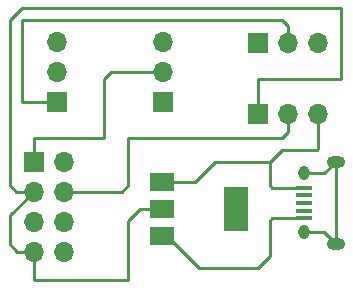
<source format=gbr>
G04 #@! TF.FileFunction,Copper,L1,Top,Signal*
%FSLAX46Y46*%
G04 Gerber Fmt 4.6, Leading zero omitted, Abs format (unit mm)*
G04 Created by KiCad (PCBNEW 4.0.2-stable) date 11.2.2018 14.28.50*
%MOMM*%
G01*
G04 APERTURE LIST*
%ADD10C,0.100000*%
%ADD11R,1.350000X0.400000*%
%ADD12O,0.950000X1.250000*%
%ADD13O,1.550000X1.000000*%
%ADD14R,1.700000X1.700000*%
%ADD15O,1.700000X1.700000*%
%ADD16R,2.000000X3.800000*%
%ADD17R,2.000000X1.500000*%
%ADD18C,0.250000*%
G04 APERTURE END LIST*
D10*
D11*
X204900000Y-128800000D03*
X204900000Y-128150000D03*
X204900000Y-127500000D03*
X204900000Y-126850000D03*
X204900000Y-126200000D03*
D12*
X204900000Y-130000000D03*
X204900000Y-125000000D03*
D13*
X207600000Y-131000000D03*
X207600000Y-124000000D03*
D14*
X182000000Y-124000000D03*
D15*
X184540000Y-124000000D03*
X182000000Y-126540000D03*
X184540000Y-126540000D03*
X182000000Y-129080000D03*
X184540000Y-129080000D03*
X182000000Y-131620000D03*
X184540000Y-131620000D03*
D14*
X193000000Y-119000000D03*
D15*
X193000000Y-116460000D03*
X193000000Y-113920000D03*
D14*
X201000000Y-120000000D03*
D15*
X203540000Y-120000000D03*
X206080000Y-120000000D03*
D14*
X201000000Y-114000000D03*
D15*
X203540000Y-114000000D03*
X206080000Y-114000000D03*
D14*
X184000000Y-119000000D03*
D15*
X184000000Y-116460000D03*
X184000000Y-113920000D03*
D16*
X199150000Y-128000000D03*
D17*
X192850000Y-128000000D03*
X192850000Y-130300000D03*
X192850000Y-125700000D03*
D18*
X193300000Y-130300000D02*
X196000000Y-133000000D01*
X202200000Y-128800000D02*
X204900000Y-128800000D01*
X202000000Y-129000000D02*
X202200000Y-128800000D01*
X202000000Y-132000000D02*
X202000000Y-129000000D01*
X201000000Y-133000000D02*
X202000000Y-132000000D01*
X196000000Y-133000000D02*
X201000000Y-133000000D01*
X192850000Y-130300000D02*
X193300000Y-130300000D01*
X206080000Y-120000000D02*
X206080000Y-122920000D01*
X192850000Y-125700000D02*
X195700000Y-125700000D01*
X202200000Y-126200000D02*
X204900000Y-126200000D01*
X202000000Y-126000000D02*
X202200000Y-126200000D01*
X195700000Y-125700000D02*
X197400000Y-124000000D01*
X206080000Y-122920000D02*
X206000000Y-123000000D01*
X206000000Y-123000000D02*
X203000000Y-123000000D01*
X203000000Y-123000000D02*
X202000000Y-124000000D01*
X202000000Y-124000000D02*
X202000000Y-126000000D01*
X197400000Y-124000000D02*
X202000000Y-124000000D01*
X204900000Y-130000000D02*
X206600000Y-130000000D01*
X206600000Y-130000000D02*
X207600000Y-131000000D01*
X207600000Y-124000000D02*
X207600000Y-131000000D01*
X204900000Y-125000000D02*
X206600000Y-125000000D01*
X206600000Y-125000000D02*
X207600000Y-124000000D01*
X182000000Y-124000000D02*
X182000000Y-122000000D01*
X188540000Y-116460000D02*
X193000000Y-116460000D01*
X188000000Y-117000000D02*
X188540000Y-116460000D01*
X188000000Y-122000000D02*
X188000000Y-117000000D01*
X182000000Y-122000000D02*
X188000000Y-122000000D01*
X182000000Y-126540000D02*
X180540000Y-126540000D01*
X201000000Y-117000000D02*
X201000000Y-120000000D01*
X208000000Y-117000000D02*
X201000000Y-117000000D01*
X208000000Y-111000000D02*
X208000000Y-117000000D01*
X181000000Y-111000000D02*
X208000000Y-111000000D01*
X180000000Y-112000000D02*
X181000000Y-111000000D01*
X180000000Y-126000000D02*
X180000000Y-112000000D01*
X180540000Y-126540000D02*
X180000000Y-126000000D01*
X182000000Y-131620000D02*
X180620000Y-131620000D01*
X180000000Y-128540000D02*
X182000000Y-126540000D01*
X180000000Y-131000000D02*
X180000000Y-128540000D01*
X180620000Y-131620000D02*
X180000000Y-131000000D01*
X192850000Y-128000000D02*
X191000000Y-128000000D01*
X182000000Y-134000000D02*
X182000000Y-131620000D01*
X190000000Y-134000000D02*
X182000000Y-134000000D01*
X190000000Y-129000000D02*
X190000000Y-134000000D01*
X191000000Y-128000000D02*
X190000000Y-129000000D01*
X203540000Y-120000000D02*
X203540000Y-121460000D01*
X203540000Y-121460000D02*
X203000000Y-122000000D01*
X189460000Y-126540000D02*
X184540000Y-126540000D01*
X190000000Y-126000000D02*
X189460000Y-126540000D01*
X190000000Y-122000000D02*
X190000000Y-126000000D01*
X203000000Y-122000000D02*
X190000000Y-122000000D01*
X184000000Y-119000000D02*
X181000000Y-119000000D01*
X203540000Y-112540000D02*
X203540000Y-114000000D01*
X203000000Y-112000000D02*
X203540000Y-112540000D01*
X181000000Y-112000000D02*
X203000000Y-112000000D01*
X181000000Y-119000000D02*
X181000000Y-112000000D01*
M02*

</source>
